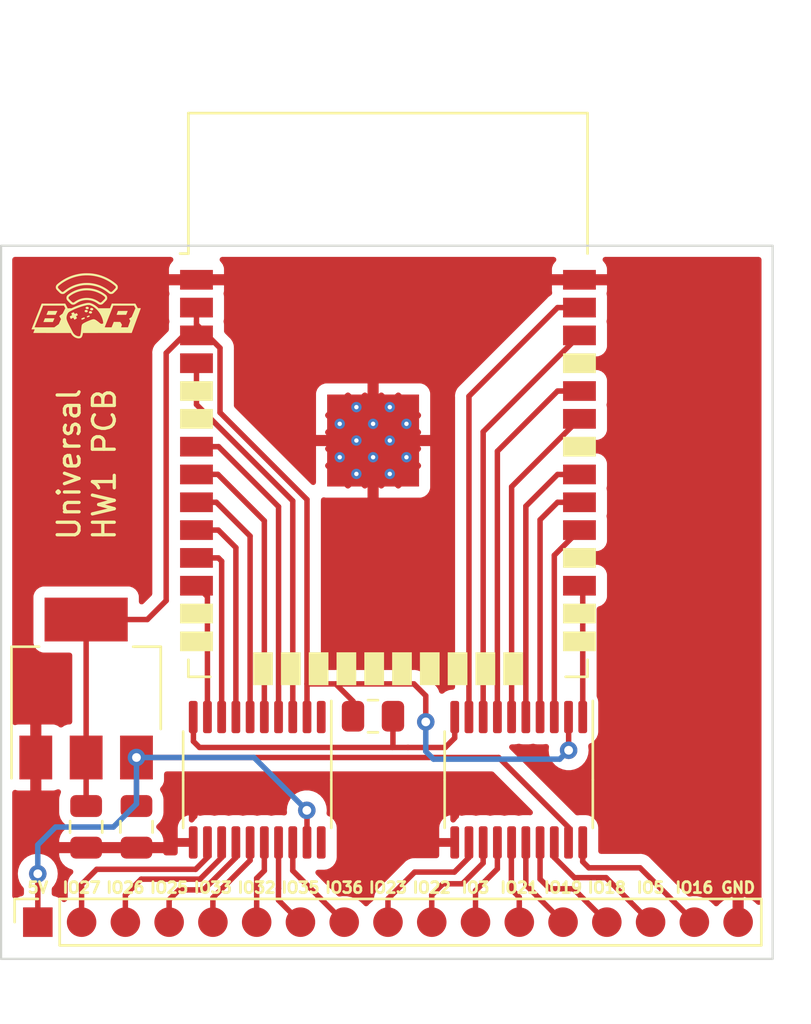
<source format=kicad_pcb>
(kicad_pcb (version 20211014) (generator pcbnew)
  (layers (0 "F.Cu" signal) (31 "B.Cu" signal) (34 "B.Paste" user) (35 "F.Paste" user) (36 "B.SilkS" user "B.Silkscreen") (37 "F.SilkS" user "F.Silkscreen") (38 "B.Mask" user) (39 "F.Mask" user) (44 "Edge.Cuts" user))
  (net 0 "")
  (net 1 "+5V")
  (net 2 "GND")
  (net 3 "+3V3")
  (net 4 "IO36")
  (net 5 "IO35")
  (net 6 "IO32")
  (net 7 "IO33")
  (net 8 "IO25")
  (net 9 "IO26")
  (net 10 "IO27")
  (net 12 "IO16")
  (net 13 "IO5")
  (net 14 "IO18")
  (net 15 "IO19")
  (net 16 "IO21")
  (net 17 "IO3")
  (net 18 "IO22")
  (net 19 "IO23")
  (net 20 "OE")
  (net 22 "IO36_BUF")
  (net 23 "IO35_BUF")
  (net 24 "IO32_BUF")
  (net 25 "IO33_BUF")
  (net 26 "IO25_BUF")
  (net 27 "IO26_BUF")
  (net 28 "IO27_BUF")
  (net 29 "IO23_BUF")
  (net 30 "IO22_BUF")
  (net 31 "IO3_BUF")
  (net 32 "IO21_BUF")
  (net 33 "IO19_BUF")
  (net 34 "IO18_BUF")
  (net 35 "IO5_BUF")
  (net 36 "IO16_BUF")
  (footprint "Package_SO:TSSOP-20_4.4x6.5mm_P0.65mm" (layer "F.Cu") (at 142.8436 62.865 -90)
    (fp_text reference "U3" hide)
    (fp_text value "TXS0108EPWR" hide)
    (pad "1" smd roundrect (at -2.8625 -2.925 270) (size 1.475 0.4) (layers "F.Cu" "F.Paste" "F.Mask"))
    (pad "2" smd roundrect (at -2.8625 -2.275 270) (size 1.475 0.4) (layers "F.Cu" "F.Paste" "F.Mask") (net 3 "+3V3"))
    (pad "3" smd roundrect (at -2.8625 -1.625 270) (size 1.475 0.4) (layers "F.Cu" "F.Paste" "F.Mask") (net 4 "IO36"))
    (pad "4" smd roundrect (at -2.8625 -0.975 270) (size 1.475 0.4) (layers "F.Cu" "F.Paste" "F.Mask") (net 5 "IO35"))
    (pad "5" smd roundrect (at -2.8625 -0.325 270) (size 1.475 0.4) (layers "F.Cu" "F.Paste" "F.Mask") (net 6 "IO32"))
    (pad "6" smd roundrect (at -2.8625 0.325 270) (size 1.475 0.4) (layers "F.Cu" "F.Paste" "F.Mask") (net 7 "IO33"))
    (pad "7" smd roundrect (at -2.8625 0.975 270) (size 1.475 0.4) (layers "F.Cu" "F.Paste" "F.Mask") (net 8 "IO25"))
    (pad "8" smd roundrect (at -2.8625 1.625 270) (size 1.475 0.4) (layers "F.Cu" "F.Paste" "F.Mask") (net 9 "IO26"))
    (pad "9" smd roundrect (at -2.8625 2.275 270) (size 1.475 0.4) (layers "F.Cu" "F.Paste" "F.Mask") (net 10 "IO27"))
    (pad "10" smd roundrect (at -2.8625 2.925 270) (size 1.475 0.4) (layers "F.Cu" "F.Paste" "F.Mask") (net 20 "OE"))
    (pad "11" smd roundrect (at 2.8625 2.925 270) (size 1.475 0.4) (layers "F.Cu" "F.Paste" "F.Mask") (net 2 "GND"))
    (pad "12" smd roundrect (at 2.8625 2.275 270) (size 1.475 0.4) (layers "F.Cu" "F.Paste" "F.Mask") (net 28 "IO27_BUF"))
    (pad "13" smd roundrect (at 2.8625 1.625 270) (size 1.475 0.4) (layers "F.Cu" "F.Paste" "F.Mask") (net 27 "IO26_BUF"))
    (pad "14" smd roundrect (at 2.8625 0.975 270) (size 1.475 0.4) (layers "F.Cu" "F.Paste" "F.Mask") (net 26 "IO25_BUF"))
    (pad "15" smd roundrect (at 2.8625 0.325 270) (size 1.475 0.4) (layers "F.Cu" "F.Paste" "F.Mask") (net 25 "IO33_BUF"))
    (pad "16" smd roundrect (at 2.8625 -0.325 270) (size 1.475 0.4) (layers "F.Cu" "F.Paste" "F.Mask") (net 24 "IO32_BUF"))
    (pad "17" smd roundrect (at 2.8625 -0.975 270) (size 1.475 0.4) (layers "F.Cu" "F.Paste" "F.Mask") (net 23 "IO35_BUF"))
    (pad "18" smd roundrect (at 2.8625 -1.625 270) (size 1.475 0.4) (layers "F.Cu" "F.Paste" "F.Mask") (net 22 "IO36_BUF"))
    (pad "19" smd roundrect (at 2.8625 -2.275 270) (size 1.475 0.4) (layers "F.Cu" "F.Paste" "F.Mask") (net 1 "+5V"))
    (pad "20" smd roundrect (at 2.8625 -2.925 270) (size 1.475 0.4) (layers "F.Cu" "F.Paste" "F.Mask"))
  )
  (footprint "Resistor_SMD:R_0805_2012Metric" (layer "F.Cu") (at 148.1328 59.965)
    (fp_text reference "R1" hide)
    (fp_text value "1k")
    (pad "1" smd roundrect (at -0.9125 0) (size 1.025 1.4) (layers "F.Cu" "F.Paste" "F.Mask") (roundrect_rratio 0.243902439) (net 3 "+3V3"))
    (pad "2" smd roundrect (at 0.9125 0) (size 1.025 1.4) (layers "F.Cu" "F.Paste" "F.Mask") (roundrect_rratio 0.243902439) (net 20 "OE"))
  )
  (footprint "Capacitor_SMD:C_0805_2012Metric" (layer "F.Cu") (at 135.0264 65.015 -90)
    (fp_text reference "C2" hide)
    (fp_text value "1uF")
    (pad "1" smd roundrect (at -0.95 0 270) (size 1 1.45) (layers "F.Cu" "F.Paste" "F.Mask") (net 3 "+3V3"))
    (pad "2" smd roundrect (at 0.95 0 270) (size 1 1.45) (layers "F.Cu" "F.Paste" "F.Mask") (net 2 "GND"))
  )
  (footprint "Connector_PinSocket_2.00mm:PinSocket_1x17_P2.00mm_Vertical" (layer "F.Cu") (at 132.8186 69.3674 90)
    (fp_text reference "J1" hide)
    (fp_text value "Conn_01x17")
    (pad "1" smd rect (at 0 0 90) (size 1.35 1.35) (layers "F.Cu" "F.Paste" "F.Mask") (net 1 "+5V"))
    (pad "2" smd oval (at 0 2 90) (size 1.35 1.35) (layers "F.Cu" "F.Paste" "F.Mask") (net 28 "IO27_BUF"))
    (pad "3" smd oval (at 0 4 90) (size 1.35 1.35) (layers "F.Cu" "F.Paste" "F.Mask") (net 27 "IO26_BUF"))
    (pad "4" smd oval (at 0 6 90) (size 1.35 1.35) (layers "F.Cu" "F.Paste" "F.Mask") (net 26 "IO25_BUF"))
    (pad "5" smd oval (at 0 8 90) (size 1.35 1.35) (layers "F.Cu" "F.Paste" "F.Mask") (net 25 "IO33_BUF"))
    (pad "6" smd oval (at 0 10 90) (size 1.35 1.35) (layers "F.Cu" "F.Paste" "F.Mask") (net 24 "IO32_BUF"))
    (pad "7" smd oval (at 0 12 90) (size 1.35 1.35) (layers "F.Cu" "F.Paste" "F.Mask") (net 23 "IO35_BUF"))
    (pad "8" smd oval (at 0 14 90) (size 1.35 1.35) (layers "F.Cu" "F.Paste" "F.Mask") (net 22 "IO36_BUF"))
    (pad "9" smd oval (at 0 16 90) (size 1.35 1.35) (layers "F.Cu" "F.Paste" "F.Mask") (net 29 "IO23_BUF"))
    (pad "10" smd oval (at 0 18 90) (size 1.35 1.35) (layers "F.Cu" "F.Paste" "F.Mask") (net 30 "IO22_BUF"))
    (pad "11" smd oval (at 0 20 90) (size 1.35 1.35) (layers "F.Cu" "F.Paste" "F.Mask") (net 31 "IO3_BUF"))
    (pad "12" smd oval (at 0 22 90) (size 1.35 1.35) (layers "F.Cu" "F.Paste" "F.Mask") (net 32 "IO21_BUF"))
    (pad "13" smd oval (at 0 24 90) (size 1.35 1.35) (layers "F.Cu" "F.Paste" "F.Mask") (net 33 "IO19_BUF"))
    (pad "14" smd oval (at 0 26 90) (size 1.35 1.35) (layers "F.Cu" "F.Paste" "F.Mask") (net 34 "IO18_BUF"))
    (pad "15" smd oval (at 0 28 90) (size 1.35 1.35) (layers "F.Cu" "F.Paste" "F.Mask") (net 35 "IO5_BUF"))
    (pad "16" smd oval (at 0 30 90) (size 1.35 1.35) (layers "F.Cu" "F.Paste" "F.Mask") (net 36 "IO16_BUF"))
    (pad "17" smd oval (at 0 32 90) (size 1.35 1.35) (layers "F.Cu" "F.Paste" "F.Mask") (net 2 "GND"))
  )
  (footprint "RF_Module:ESP32-WROOM-32" (layer "F.Cu") (at 148.8186 48.2854)
    (fp_text reference "U2" hide)
    (fp_text value "ESP32-WROOM-32" hide)
    (pad "" smd rect (at 8.75 6.99) (size 1.5 0.9) (layers "F.SilkS"))
    (pad "" smd rect (at 5.72 9.51 90) (size 1.5 0.9) (layers "F.SilkS"))
    (pad "" smd rect (at 8.75 4.45) (size 1.5 0.9) (layers "F.SilkS"))
    (pad "" smd rect (at -8.75 -1.9) (size 1.5 0.9) (layers "F.SilkS"))
    (pad "" smd rect (at 1.91 9.51 90) (size 1.5 0.9) (layers "F.SilkS"))
    (pad "" smd rect (at 8.75 8.26) (size 1.5 0.9) (layers "F.SilkS"))
    (pad "" smd rect (at -8.75 8.26) (size 1.5 0.9) (layers "F.SilkS"))
    (pad "" smd rect (at -3.17 9.51 90) (size 1.5 0.9) (layers "F.SilkS"))
    (pad "" smd rect (at 0.64 9.51 90) (size 1.5 0.9) (layers "F.SilkS"))
    (pad "" smd rect (at -5.71 9.51 90) (size 1.5 0.9) (layers "F.SilkS"))
    (pad "" smd rect (at -1.9 9.51 90) (size 1.5 0.9) (layers "F.SilkS"))
    (pad "" smd rect (at 8.75 -0.63) (size 1.5 0.9) (layers "F.SilkS"))
    (pad "" smd rect (at -8.75 -3.17) (size 1.5 0.9) (layers "F.SilkS"))
    (pad "" smd rect (at 8.75 -4.44) (size 1.5 0.9) (layers "F.SilkS"))
    (pad "" smd rect (at 3.18 9.51 90) (size 1.5 0.9) (layers "F.SilkS"))
    (pad "" smd rect (at 4.45 9.51 90) (size 1.5 0.9) (layers "F.SilkS"))
    (pad "" smd rect (at -0.63 9.51 90) (size 1.5 0.9) (layers "F.SilkS"))
    (pad "" smd rect (at -4.44 9.51 90) (size 1.5 0.9) (layers "F.SilkS"))
    (pad "" smd rect (at -8.75 6.99) (size 1.5 0.9) (layers "F.SilkS"))
    (pad "1" smd rect (at -8.75 -8.25) (size 1.5 0.9) (layers "F.Cu" "F.Paste" "F.Mask") (net 2 "GND"))
    (pad "2" smd rect (at -8.75 -6.98) (size 1.5 0.9) (layers "F.Cu" "F.Paste" "F.Mask") (net 3 "+3V3"))
    (pad "3" smd rect (at -8.75 -5.71) (size 1.5 0.9) (layers "F.Cu" "F.Paste" "F.Mask") (net 3 "+3V3"))
    (pad "4" smd rect (at -8.75 -4.44) (size 1.5 0.9) (layers "F.Cu" "F.Paste" "F.Mask") (net 4 "IO36"))
    (pad "7" smd rect (at -8.75 -0.63) (size 1.5 0.9) (layers "F.Cu" "F.Paste" "F.Mask") (net 5 "IO35"))
    (pad "8" smd rect (at -8.75 0.64) (size 1.5 0.9) (layers "F.Cu" "F.Paste" "F.Mask") (net 6 "IO32"))
    (pad "9" smd rect (at -8.75 1.91) (size 1.5 0.9) (layers "F.Cu" "F.Paste" "F.Mask") (net 7 "IO33"))
    (pad "10" smd rect (at -8.75 3.18) (size 1.5 0.9) (layers "F.Cu" "F.Paste" "F.Mask") (net 8 "IO25"))
    (pad "11" smd rect (at -8.75 4.45) (size 1.5 0.9) (layers "F.Cu" "F.Paste" "F.Mask") (net 9 "IO26"))
    (pad "12" smd rect (at -8.75 5.72) (size 1.5 0.9) (layers "F.Cu" "F.Paste" "F.Mask") (net 10 "IO27"))
    (pad "27" smd rect (at 8.75 5.72) (size 1.5 0.9) (layers "F.Cu" "F.Paste" "F.Mask") (net 12 "IO16"))
    (pad "29" smd rect (at 8.75 3.18) (size 1.5 0.9) (layers "F.Cu" "F.Paste" "F.Mask") (net 13 "IO5"))
    (pad "30" smd rect (at 8.75 1.91) (size 1.5 0.9) (layers "F.Cu" "F.Paste" "F.Mask") (net 14 "IO18"))
    (pad "31" smd rect (at 8.75 0.64) (size 1.5 0.9) (layers "F.Cu" "F.Paste" "F.Mask") (net 15 "IO19"))
    (pad "33" smd rect (at 8.75 -1.9) (size 1.5 0.9) (layers "F.Cu" "F.Paste" "F.Mask") (net 16 "IO21"))
    (pad "34" smd rect (at 8.75 -3.17) (size 1.5 0.9) (layers "F.Cu" "F.Paste" "F.Mask") (net 17 "IO3"))
    (pad "36" smd rect (at 8.75 -5.71) (size 1.5 0.9) (layers "F.Cu" "F.Paste" "F.Mask") (net 18 "IO22"))
    (pad "37" smd rect (at 8.75 -6.98) (size 1.5 0.9) (layers "F.Cu" "F.Paste" "F.Mask") (net 19 "IO23"))
    (pad "38" smd rect (at 8.75 -8.25) (size 1.5 0.9) (layers "F.Cu" "F.Paste" "F.Mask") (net 2 "GND"))
    (pad "39" thru_hole circle (at 0.0825 -0.91) (size 0.475 0.475) (drill 0.2) (layers *.Cu "F.Mask") (net 2 "GND"))
    (pad "39" thru_hole circle (at -0.68 -1.6725) (size 0.475 0.475) (drill 0.2) (layers *.Cu "F.Mask") (net 2 "GND"))
    (pad "39" thru_hole circle (at -0.68 -0.1475) (size 0.475 0.475) (drill 0.2) (layers *.Cu "F.Mask") (net 2 "GND"))
    (pad "39" smd rect (at 0.845 0.615) (size 1.05 1.05) (layers "F.Cu" "F.Paste") (net 2 "GND"))
    (pad "39" thru_hole circle (at 0.845 -1.6725) (size 0.475 0.475) (drill 0.2) (layers *.Cu "F.Mask") (net 2 "GND"))
    (pad "39" smd rect (at -2.205 0.615) (size 1.05 1.05) (layers "F.Cu" "F.Paste") (net 2 "GND"))
    (pad "39" thru_hole circle (at 0.0825 0.615) (size 0.475 0.475) (drill 0.2) (layers *.Cu "F.Mask") (net 2 "GND"))
    (pad "39" thru_hole circle (at -1.4425 -0.91) (size 0.475 0.475) (drill 0.2) (layers *.Cu "F.Mask") (net 2 "GND"))
    (pad "39" thru_hole circle (at -1.4425 0.615) (size 0.475 0.475) (drill 0.2) (layers *.Cu "F.Mask") (net 2 "GND"))
    (pad "39" smd rect (at -2.205 -2.435) (size 1.05 1.05) (layers "F.Cu" "F.Paste") (net 2 "GND"))
    (pad "39" smd rect (at -2.205 -0.91) (size 1.05 1.05) (layers "F.Cu" "F.Paste") (net 2 "GND"))
    (pad "39" smd rect (at 0.845 -0.91) (size 1.05 1.05) (layers "F.Cu" "F.Paste") (net 2 "GND"))
    (pad "39" smd rect (at -0.68 -0.91) (size 4.2 4.2) (layers "F.Cu" "F.Mask") (net 2 "GND"))
    (pad "39" smd rect (at -0.68 -0.91) (size 1.05 1.05) (layers "F.Cu" "F.Paste") (net 2 "GND"))
    (pad "39" smd rect (at 0.845 -2.435) (size 1.05 1.05) (layers "F.Cu" "F.Paste") (net 2 "GND"))
    (pad "39" thru_hole circle (at 0.0825 -2.435) (size 0.475 0.475) (drill 0.2) (layers *.Cu "F.Mask") (net 2 "GND"))
    (pad "39" smd rect (at -0.68 -2.435) (size 1.05 1.05) (layers "F.Cu" "F.Paste") (net 2 "GND"))
    (pad "39" thru_hole circle (at -2.205 -0.1475) (size 0.475 0.475) (drill 0.2) (layers *.Cu "F.Mask") (net 2 "GND"))
    (pad "39" thru_hole circle (at -1.4425 -2.435) (size 0.475 0.475) (drill 0.2) (layers *.Cu "F.Mask") (net 2 "GND"))
    (pad "39" smd rect (at -0.68 0.615) (size 1.05 1.05) (layers "F.Cu" "F.Paste") (net 2 "GND"))
    (pad "39" thru_hole circle (at 0.845 -0.1475) (size 0.475 0.475) (drill 0.2) (layers *.Cu "F.Mask") (net 2 "GND"))
    (pad "39" thru_hole circle (at -2.205 -1.6725) (size 0.475 0.475) (drill 0.2) (layers *.Cu "F.Mask") (net 2 "GND"))
    (zone (net 0) (net_name "") (layers *.Cu) (connect_pads (clearance 0)) (min_thickness 0.254)
      (keepout (tracks not_allowed) (vias not_allowed) (pads not_allowed) (copperpour not_allowed) (footprints not_allowed))
      (fill (thermal_gap 0.508) (thermal_bridge_width 0.508))
      (polygon (pts (xy 134.8186 38.3154) (xy 162.8186 38.3154) (xy 162.8186 27.5354) (xy 134.8186 27.5354)))
    )
  )
  (footprint "Package_SO:TSSOP-20_4.4x6.5mm_P0.65mm" (layer "F.Cu") (at 154.7936 62.865 -90)
    (fp_text reference "U4" hide)
    (fp_text value "TXS0108EPWR" hide)
    (pad "1" smd roundrect (at -2.8625 -2.925 270) (size 1.475 0.4) (layers "F.Cu" "F.Paste" "F.Mask") (net 12 "IO16"))
    (pad "2" smd roundrect (at -2.8625 -2.275 270) (size 1.475 0.4) (layers "F.Cu" "F.Paste" "F.Mask") (net 3 "+3V3"))
    (pad "3" smd roundrect (at -2.8625 -1.625 270) (size 1.475 0.4) (layers "F.Cu" "F.Paste" "F.Mask") (net 13 "IO5"))
    (pad "4" smd roundrect (at -2.8625 -0.975 270) (size 1.475 0.4) (layers "F.Cu" "F.Paste" "F.Mask") (net 14 "IO18"))
    (pad "5" smd roundrect (at -2.8625 -0.325 270) (size 1.475 0.4) (layers "F.Cu" "F.Paste" "F.Mask") (net 15 "IO19"))
    (pad "6" smd roundrect (at -2.8625 0.325 270) (size 1.475 0.4) (layers "F.Cu" "F.Paste" "F.Mask") (net 16 "IO21"))
    (pad "7" smd roundrect (at -2.8625 0.975 270) (size 1.475 0.4) (layers "F.Cu" "F.Paste" "F.Mask") (net 17 "IO3"))
    (pad "8" smd roundrect (at -2.8625 1.625 270) (size 1.475 0.4) (layers "F.Cu" "F.Paste" "F.Mask") (net 18 "IO22"))
    (pad "9" smd roundrect (at -2.8625 2.275 270) (size 1.475 0.4) (layers "F.Cu" "F.Paste" "F.Mask") (net 19 "IO23"))
    (pad "10" smd roundrect (at -2.8625 2.925 270) (size 1.475 0.4) (layers "F.Cu" "F.Paste" "F.Mask") (net 20 "OE"))
    (pad "11" smd roundrect (at 2.8625 2.925 270) (size 1.475 0.4) (layers "F.Cu" "F.Paste" "F.Mask") (net 2 "GND"))
    (pad "12" smd roundrect (at 2.8625 2.275 270) (size 1.475 0.4) (layers "F.Cu" "F.Paste" "F.Mask") (net 29 "IO23_BUF"))
    (pad "13" smd roundrect (at 2.8625 1.625 270) (size 1.475 0.4) (layers "F.Cu" "F.Paste" "F.Mask") (net 30 "IO22_BUF"))
    (pad "14" smd roundrect (at 2.8625 0.975 270) (size 1.475 0.4) (layers "F.Cu" "F.Paste" "F.Mask") (net 31 "IO3_BUF"))
    (pad "15" smd roundrect (at 2.8625 0.325 270) (size 1.475 0.4) (layers "F.Cu" "F.Paste" "F.Mask") (net 32 "IO21_BUF"))
    (pad "16" smd roundrect (at 2.8625 -0.325 270) (size 1.475 0.4) (layers "F.Cu" "F.Paste" "F.Mask") (net 33 "IO19_BUF"))
    (pad "17" smd roundrect (at 2.8625 -0.975 270) (size 1.475 0.4) (layers "F.Cu" "F.Paste" "F.Mask") (net 34 "IO18_BUF"))
    (pad "18" smd roundrect (at 2.8625 -1.625 270) (size 1.475 0.4) (layers "F.Cu" "F.Paste" "F.Mask") (net 35 "IO5_BUF"))
    (pad "19" smd roundrect (at 2.8625 -2.275 270) (size 1.475 0.4) (layers "F.Cu" "F.Paste" "F.Mask") (net 1 "+5V"))
    (pad "20" smd roundrect (at 2.8625 -2.925 270) (size 1.475 0.4) (layers "F.Cu" "F.Paste" "F.Mask") (net 36 "IO16_BUF"))
  )
  (footprint "br:logo" (layer "F.Cu") (at 135.024566 41.2242)
    (fp_text reference "G***" hide)
    (fp_text value "LOGO" hide)
  )
  (footprint "Capacitor_SMD:C_0805_2012Metric" (layer "F.Cu") (at 137.3264 65.015 -90)
    (fp_text reference "C1" hide)
    (fp_text value "1uF")
    (pad "1" smd roundrect (at -0.95 0 270) (size 1 1.45) (layers "F.Cu" "F.Paste" "F.Mask") (net 1 "+5V"))
    (pad "2" smd roundrect (at 0.95 0 270) (size 1 1.45) (layers "F.Cu" "F.Paste" "F.Mask") (net 2 "GND"))
  )
  (footprint "Package_TO_SOT_SMD:SOT-223-3_TabPin2" (layer "F.Cu") (at 135.0264 58.6994 90)
    (fp_text reference "U1" hide)
    (fp_text value "AMS1117-3.3" hide)
    (pad "1" smd rect (at -3.15 -2.3 90) (size 2 1.5) (layers "F.Cu" "F.Paste" "F.Mask") (net 2 "GND"))
    (pad "2" smd rect (at 3.15 0 90) (size 2 3.8) (layers "F.Cu" "F.Paste" "F.Mask") (net 3 "+3V3"))
    (pad "2" smd rect (at -3.15 0 90) (size 2 1.5) (layers "F.Cu" "F.Paste" "F.Mask") (net 3 "+3V3"))
    (pad "3" smd rect (at -3.15 2.3 90) (size 2 1.5) (layers "F.Cu" "F.Paste" "F.Mask") (net 1 "+5V"))
  )
  (gr_rect (start 131.1402 38.481) (end 166.3954 71.0438) (layer "Edge.Cuts") (width 0.1) (fill none))
  (gr_text "IO27" (at 134.8186 67.7926) (layer "F.SilkS") (effects (font (size 0.5 0.5) (thickness 0.125))))
  (gr_text "IO36" (at 146.8186 67.7926) (layer "F.SilkS") (effects (font (size 0.5 0.5) (thickness 0.125))))
  (gr_text "IO19" (at 156.8186 67.7926) (layer "F.SilkS") (effects (font (size 0.5 0.5) (thickness 0.125))))
  (gr_text "IO18" (at 158.8186 67.7926) (layer "F.SilkS") (effects (font (size 0.5 0.5) (thickness 0.125))))
  (gr_text "IO32" (at 142.8186 67.7926) (layer "F.SilkS") (effects (font (size 0.5 0.5) (thickness 0.125))))
  (gr_text "GND" (at 164.8186 67.7926) (layer "F.SilkS") (effects (font (size 0.5 0.5) (thickness 0.125))))
  (gr_text "IO25" (at 138.8186 67.7926) (layer "F.SilkS") (effects (font (size 0.5 0.5) (thickness 0.125))))
  (gr_text "IO22" (at 150.8186 67.7926) (layer "F.SilkS") (effects (font (size 0.5 0.5) (thickness 0.125))))
  (gr_text "IO26" (at 136.8186 67.7926) (layer "F.SilkS") (effects (font (size 0.5 0.5) (thickness 0.125))))
  (gr_text "5V" (at 132.8186 67.7926) (layer "F.SilkS") (effects (font (size 0.5 0.5) (thickness 0.125))))
  (gr_text "IO16" (at 162.8186 67.7926) (layer "F.SilkS") (effects (font (size 0.5 0.5) (thickness 0.125))))
  (gr_text "IO3" (at 152.8186 67.7926) (layer "F.SilkS") (effects (font (size 0.5 0.5) (thickness 0.125))))
  (gr_text "IO5" (at 160.8186 67.7926) (layer "F.SilkS") (effects (font (size 0.5 0.5) (thickness 0.125))))
  (gr_text "IO23" (at 148.8186 67.7926) (layer "F.SilkS") (effects (font (size 0.5 0.5) (thickness 0.125))))
  (gr_text "IO35" (at 144.8186 67.7926) (layer "F.SilkS") (effects (font (size 0.5 0.5) (thickness 0.125))))
  (gr_text "Universal\nHW1 PCB" (at 135.0518 48.4632 90) (layer "F.SilkS") (effects (font (size 1 1))))
  (gr_text "IO33" (at 140.8186 67.7926) (layer "F.SilkS") (effects (font (size 0.5 0.5) (thickness 0.125))))
  (gr_text "IO21" (at 154.8186 67.7926) (layer "F.SilkS") (effects (font (size 0.5 0.5) (thickness 0.125))))
  (segment (start 153.879041 61.8494) (end 137.3264 61.8494) (width 0.25) (layer "F.Cu") (net 1))
  (segment (start 132.8166 67.1576) (end 132.8186 67.1596) (width 0.25) (layer "F.Cu") (net 1))
  (segment (start 145.1186 65.7275) (end 145.1186 64.2704) (width 0.25) (layer "F.Cu") (net 1))
  (segment (start 157.0686 65.038959) (end 153.879041 61.8494) (width 0.25) (layer "F.Cu") (net 1))
  (segment (start 132.8186 67.1596) (end 132.8186 69.3674) (width 0.25) (layer "F.Cu") (net 1))
  (segment (start 157.0686 65.7275) (end 157.0686 65.038959) (width 0.25) (layer "F.Cu") (net 1))
  (segment (start 137.3264 61.8494) (end 137.3264 64.065) (width 0.25) (layer "F.Cu") (net 1))
  (segment (start 145.1186 64.2704) (end 145.1102 64.262) (width 0.25) (layer "F.Cu") (net 1))
  (via (at 137.3264 61.8494) (size 0.8) (drill 0.4) (layers "F.Cu" "B.Cu") (net 1))
  (via (at 145.1102 64.262) (size 0.8) (drill 0.4) (layers "F.Cu" "B.Cu") (net 1))
  (via (at 132.8166 67.1576) (size 0.8) (drill 0.4) (layers "F.Cu" "B.Cu") (net 1))
  (segment (start 137.3264 63.9686) (end 137.3264 61.8494) (width 0.25) (layer "B.Cu") (net 1))
  (segment (start 136.271 65.024) (end 137.3264 63.9686) (width 0.25) (layer "B.Cu") (net 1))
  (segment (start 145.1102 64.262) (end 142.6976 61.8494) (width 0.25) (layer "B.Cu") (net 1))
  (segment (start 132.8166 67.1576) (end 132.8166 65.8368) (width 0.25) (layer "B.Cu") (net 1))
  (segment (start 133.6294 65.024) (end 136.271 65.024) (width 0.25) (layer "B.Cu") (net 1))
  (segment (start 142.6976 61.8494) (end 137.3264 61.8494) (width 0.25) (layer "B.Cu") (net 1))
  (segment (start 132.8166 65.8368) (end 133.6294 65.024) (width 0.25) (layer "B.Cu") (net 1))
  (segment (start 147.2203 59.965) (end 147.2203 59.2792) (width 0.25) (layer "F.Cu") (net 3))
  (segment (start 146.4289 58.4878) (end 150.004 58.4878) (width 0.25) (layer "F.Cu") (net 3))
  (segment (start 140.0686 41.9478) (end 140.0686 42.5754) (width 0.25) (layer "F.Cu") (net 3))
  (segment (start 140.0686 41.3054) (end 140.0686 41.9478) (width 0.25) (layer "F.Cu") (net 3))
  (segment (start 145.1186 50.0718) (end 141.1436 46.0968) (width 0.25) (layer "F.Cu") (net 3))
  (segment (start 157.0736 60.0075) (end 157.0686 60.0025) (width 0.25) (layer "F.Cu") (net 3))
  (segment (start 145.1186 60.0025) (end 145.1186 58.4878) (width 0.25) (layer "F.Cu") (net 3))
  (segment (start 150.004 58.4878) (end 150.5458 59.0296) (width 0.25) (layer "F.Cu") (net 3))
  (segment (start 145.1186 58.4878) (end 145.1186 50.0718) (width 0.25) (layer "F.Cu") (net 3))
  (segment (start 145.1186 58.4878) (end 146.4289 58.4878) (width 0.25) (layer "F.Cu") (net 3))
  (segment (start 135.0264 61.8494) (end 135.0264 64.065) (width 0.25) (layer "F.Cu") (net 3))
  (segment (start 157.0736 61.5188) (end 157.0736 60.0075) (width 0.25) (layer "F.Cu") (net 3))
  (segment (start 141.1436 43.1504) (end 140.0686 42.0754) (width 0.25) (layer "F.Cu") (net 3))
  (segment (start 150.5458 59.0296) (end 150.5458 60.2234) (width 0.25) (layer "F.Cu") (net 3))
  (segment (start 135.0264 55.5494) (end 135.0264 61.8494) (width 0.25) (layer "F.Cu") (net 3))
  (segment (start 139.4886 42.5754) (end 138.684 43.38) (width 0.25) (layer "F.Cu") (net 3))
  (segment (start 140.0686 42.5754) (end 139.4886 42.5754) (width 0.25) (layer "F.Cu") (net 3))
  (segment (start 141.1436 46.0968) (end 141.1436 43.1504) (width 0.25) (layer "F.Cu") (net 3))
  (segment (start 137.8208 55.5494) (end 135.0264 55.5494) (width 0.25) (layer "F.Cu") (net 3))
  (segment (start 147.2203 59.2792) (end 146.4289 58.4878) (width 0.25) (layer "F.Cu") (net 3))
  (segment (start 138.684 43.38) (end 138.684 54.6862) (width 0.25) (layer "F.Cu") (net 3))
  (segment (start 138.684 54.6862) (end 137.8208 55.5494) (width 0.25) (layer "F.Cu") (net 3))
  (via (at 150.5458 60.2234) (size 0.8) (drill 0.4) (layers "F.Cu" "B.Cu") (net 3))
  (via (at 157.0736 61.5188) (size 0.8) (drill 0.4) (layers "F.Cu" "B.Cu") (net 3))
  (segment (start 156.6672 61.9252) (end 157.0736 61.5188) (width 0.25) (layer "B.Cu") (net 3))
  (segment (start 150.5458 61.5696) (end 150.9014 61.9252) (width 0.25) (layer "B.Cu") (net 3))
  (segment (start 150.5458 60.2234) (end 150.5458 61.5696) (width 0.25) (layer "B.Cu") (net 3))
  (segment (start 150.9014 61.9252) (end 156.6672 61.9252) (width 0.25) (layer "B.Cu") (net 3))
  (segment (start 144.4686 50.133) (end 140.0686 45.733) (width 0.25) (layer "F.Cu") (net 4))
  (segment (start 144.4686 60.0025) (end 144.4686 50.133) (width 0.25) (layer "F.Cu") (net 4))
  (segment (start 140.0686 45.733) (end 140.0686 43.8454) (width 0.25) (layer "F.Cu") (net 4))
  (segment (start 143.8186 50.3974) (end 141.0766 47.6554) (width 0.25) (layer "F.Cu") (net 5))
  (segment (start 141.0766 47.6554) (end 140.0686 47.6554) (width 0.25) (layer "F.Cu") (net 5))
  (segment (start 143.8186 60.0025) (end 143.8186 50.3974) (width 0.25) (layer "F.Cu") (net 5))
  (segment (start 143.1686 51.0428) (end 141.0462 48.9204) (width 0.25) (layer "F.Cu") (net 6))
  (segment (start 140.0736 48.9204) (end 140.0686 48.9254) (width 0.25) (layer "F.Cu") (net 6))
  (segment (start 141.0462 48.9204) (end 140.0736 48.9204) (width 0.25) (layer "F.Cu") (net 6))
  (segment (start 143.1686 60.0025) (end 143.1686 51.0428) (width 0.25) (layer "F.Cu") (net 6))
  (segment (start 140.975 50.1954) (end 142.5186 51.739) (width 0.25) (layer "F.Cu") (net 7))
  (segment (start 142.5186 51.739) (end 142.5186 60.0025) (width 0.25) (layer "F.Cu") (net 7))
  (segment (start 140.0686 50.1954) (end 140.975 50.1954) (width 0.25) (layer "F.Cu") (net 7))
  (segment (start 140.0686 51.4654) (end 141.0686 51.4654) (width 0.25) (layer "F.Cu") (net 8))
  (segment (start 141.0686 51.4654) (end 141.8686 52.2654) (width 0.25) (layer "F.Cu") (net 8))
  (segment (start 141.8686 52.2654) (end 141.8686 60.0025) (width 0.25) (layer "F.Cu") (net 8))
  (segment (start 140.0686 52.7354) (end 141.0686 52.7354) (width 0.25) (layer "F.Cu") (net 9))
  (segment (start 141.0686 52.7354) (end 141.2186 52.8854) (width 0.25) (layer "F.Cu") (net 9))
  (segment (start 141.2186 52.8854) (end 141.2186 60.0025) (width 0.25) (layer "F.Cu") (net 9))
  (segment (start 140.5686 54.5054) (end 140.5686 60.0025) (width 0.25) (layer "F.Cu") (net 10))
  (segment (start 140.0686 54.0054) (end 140.5686 54.5054) (width 0.25) (layer "F.Cu") (net 10))
  (segment (start 157.7186 54.1554) (end 157.7186 60.0025) (width 0.25) (layer "F.Cu") (net 12))
  (segment (start 157.5686 54.0054) (end 157.7186 54.1554) (width 0.25) (layer "F.Cu") (net 12))
  (segment (start 156.4186 52.6154) (end 156.4186 60.0025) (width 0.25) (layer "F.Cu") (net 13))
  (segment (start 156.4186 52.6154) (end 157.5686 51.4654) (width 0.25) (layer "F.Cu") (net 13))
  (segment (start 155.7686 50.9954) (end 155.7686 60.0025) (width 0.25) (layer "F.Cu") (net 14))
  (segment (start 157.5686 50.1954) (end 156.5686 50.1954) (width 0.25) (layer "F.Cu") (net 14))
  (segment (start 156.5686 50.1954) (end 155.7686 50.9954) (width 0.25) (layer "F.Cu") (net 14))
  (segment (start 156.5686 48.9254) (end 155.1186 50.3754) (width 0.25) (layer "F.Cu") (net 15))
  (segment (start 155.1186 50.3754) (end 155.1186 60.0025) (width 0.25) (layer "F.Cu") (net 15))
  (segment (start 157.5686 48.9254) (end 156.5686 48.9254) (width 0.25) (layer "F.Cu") (net 15))
  (segment (start 154.4686 49.4854) (end 157.5686 46.3854) (width 0.25) (layer "F.Cu") (net 16))
  (segment (start 154.4686 49.4854) (end 154.4686 60.0025) (width 0.25) (layer "F.Cu") (net 16))
  (segment (start 157.5686 45.1154) (end 156.5686 45.1154) (width 0.25) (layer "F.Cu") (net 17))
  (segment (start 153.8186 47.8654) (end 153.8186 60.0025) (width 0.25) (layer "F.Cu") (net 17))
  (segment (start 156.5686 45.1154) (end 153.8186 47.8654) (width 0.25) (layer "F.Cu") (net 17))
  (segment (start 153.1686 60.0025) (end 153.1686 46.9754) (width 0.25) (layer "F.Cu") (net 18))
  (segment (start 153.1686 46.9754) (end 157.5686 42.5754) (width 0.25) (layer "F.Cu") (net 18))
  (segment (start 156.5686 41.3054) (end 152.5186 45.3554) (width 0.25) (layer "F.Cu") (net 19))
  (segment (start 157.5686 41.3054) (end 156.5686 41.3054) (width 0.25) (layer "F.Cu") (net 19))
  (segment (start 152.5186 45.3554) (end 152.5186 60.0025) (width 0.25) (layer "F.Cu") (net 19))
  (segment (start 149.7311 61.3899) (end 149.733 61.3918) (width 0.25) (layer "F.Cu") (net 20))
  (segment (start 139.9186 60.691041) (end 139.9286 60.701041) (width 0.25) (layer "F.Cu") (net 20))
  (segment (start 139.9286 61.1124) (end 140.208 61.3918) (width 0.25) (layer "F.Cu") (net 20))
  (segment (start 151.8686 60.958) (end 151.8686 60.0025) (width 0.25) (layer "F.Cu") (net 20))
  (segment (start 149.0453 59.965) (end 149.0453 61.3683) (width 0.25) (layer "F.Cu") (net 20))
  (segment (start 139.9286 60.701041) (end 139.9286 61.1124) (width 0.25) (layer "F.Cu") (net 20))
  (segment (start 151.4348 61.3918) (end 151.8686 60.958) (width 0.25) (layer "F.Cu") (net 20))
  (segment (start 140.208 61.3918) (end 149.0218 61.3918) (width 0.25) (layer "F.Cu") (net 20))
  (segment (start 149.0453 61.3683) (end 149.0218 61.3918) (width 0.25) (layer "F.Cu") (net 20))
  (segment (start 139.9186 60.0025) (end 139.9186 60.691041) (width 0.25) (layer "F.Cu") (net 20))
  (segment (start 149.733 61.3918) (end 151.4348 61.3918) (width 0.25) (layer "F.Cu") (net 20))
  (segment (start 149.0218 61.3918) (end 149.733 61.3918) (width 0.25) (layer "F.Cu") (net 20))
  (segment (start 144.4686 65.7275) (end 144.4686 67.0174) (width 0.25) (layer "F.Cu") (net 22))
  (segment (start 144.4686 67.0174) (end 146.8186 69.3674) (width 0.25) (layer "F.Cu") (net 22))
  (segment (start 143.8186 65.7275) (end 143.8186 67.8396) (width 0.25) (layer "F.Cu") (net 23))
  (segment (start 143.8148 67.8434) (end 143.8148 68.3636) (width 0.25) (layer "F.Cu") (net 23))
  (segment (start 143.8186 67.8396) (end 143.8148 67.8434) (width 0.25) (layer "F.Cu") (net 23))
  (segment (start 143.8148 65.7313) (end 143.8186 65.7275) (width 0.25) (layer "F.Cu") (net 23))
  (segment (start 143.8148 68.3636) (end 144.8186 69.3674) (width 0.25) (layer "F.Cu") (net 23))
  (segment (start 142.8186 67.3664) (end 142.8186 69.3674) (width 0.25) (layer "F.Cu") (net 24))
  (segment (start 143.1686 67.0164) (end 142.8186 67.3664) (width 0.25) (layer "F.Cu") (net 24))
  (segment (start 143.1686 65.7275) (end 143.1686 67.0164) (width 0.25) (layer "F.Cu") (net 24))
  (segment (start 142.5186 65.7275) (end 142.5186 66.5488) (width 0.25) (layer "F.Cu") (net 25))
  (segment (start 142.5194 65.7283) (end 142.5186 65.7275) (width 0.25) (layer "F.Cu") (net 25))
  (segment (start 140.8186 68.2488) (end 140.8186 69.3674) (width 0.25) (layer "F.Cu") (net 25))
  (segment (start 142.5186 66.5488) (end 140.8186 68.2488) (width 0.25) (layer "F.Cu") (net 25))
  (segment (start 138.8186 68.3438) (end 138.8186 69.3674) (width 0.25) (layer "F.Cu") (net 26))
  (segment (start 139.2682 67.8942) (end 138.8186 68.3438) (width 0.25) (layer "F.Cu") (net 26))
  (segment (start 141.8686 65.7275) (end 141.8686 66.416041) (width 0.25) (layer "F.Cu") (net 26))
  (segment (start 141.8686 66.416041) (end 140.390441 67.8942) (width 0.25) (layer "F.Cu") (net 26))
  (segment (start 140.390441 67.8942) (end 139.2682 67.8942) (width 0.25) (layer "F.Cu") (net 26))
  (segment (start 136.8186 68.1268) (end 136.8186 69.3674) (width 0.25) (layer "F.Cu") (net 27))
  (segment (start 137.541 67.4044) (end 136.8186 68.1268) (width 0.25) (layer "F.Cu") (net 27))
  (segment (start 140.230241 67.4044) (end 137.541 67.4044) (width 0.25) (layer "F.Cu") (net 27))
  (segment (start 141.2186 66.416041) (end 140.230241 67.4044) (width 0.25) (layer "F.Cu") (net 27))
  (segment (start 141.2186 65.7275) (end 141.2186 66.416041) (width 0.25) (layer "F.Cu") (net 27))
  (segment (start 140.030241 66.9544) (end 135.509 66.9544) (width 0.25) (layer "F.Cu") (net 28))
  (segment (start 140.5686 66.416041) (end 140.030241 66.9544) (width 0.25) (layer "F.Cu") (net 28))
  (segment (start 135.509 66.9544) (end 134.8186 67.6448) (width 0.25) (layer "F.Cu") (net 28))
  (segment (start 140.5686 65.7275) (end 140.5686 66.416041) (width 0.25) (layer "F.Cu") (net 28))
  (segment (start 134.8186 67.6448) (end 134.8186 69.3674) (width 0.25) (layer "F.Cu") (net 28))
  (segment (start 152.5186 66.416041) (end 151.853241 67.0814) (width 0.25) (layer "F.Cu") (net 29))
  (segment (start 148.8186 68.3006) (end 148.8186 69.3674) (width 0.25) (layer "F.Cu") (net 29))
  (segment (start 151.853241 67.0814) (end 150.0378 67.0814) (width 0.25) (layer "F.Cu") (net 29))
  (segment (start 150.0378 67.0814) (end 148.8186 68.3006) (width 0.25) (layer "F.Cu") (net 29))
  (segment (start 152.5186 65.7275) (end 152.5186 66.416041) (width 0.25) (layer "F.Cu") (net 29))
  (segment (start 151.3332 67.6148) (end 152.2222 67.6148) (width 0.25) (layer "F.Cu") (net 30))
  (segment (start 153.1686 66.6684) (end 153.1686 65.7275) (width 0.25) (layer "F.Cu") (net 30))
  (segment (start 150.8186 68.1294) (end 151.3332 67.6148) (width 0.25) (layer "F.Cu") (net 30))
  (segment (start 153.1874 65.7463) (end 153.1686 65.7275) (width 0.25) (layer "F.Cu") (net 30))
  (segment (start 152.2222 67.6148) (end 153.1686 66.6684) (width 0.25) (layer "F.Cu") (net 30))
  (segment (start 150.8186 69.3674) (end 150.8186 68.1294) (width 0.25) (layer "F.Cu") (net 30))
  (segment (start 152.8186 67.9328) (end 153.8186 66.9328) (width 0.25) (layer "F.Cu") (net 31))
  (segment (start 153.8224 65.7313) (end 153.8186 65.7275) (width 0.25) (layer "F.Cu") (net 31))
  (segment (start 153.8186 66.9328) (end 153.8186 65.7275) (width 0.25) (layer "F.Cu") (net 31))
  (segment (start 152.8186 69.3674) (end 152.8186 67.9328) (width 0.25) (layer "F.Cu") (net 31))
  (segment (start 154.4574 67.8688) (end 154.4574 65.7387) (width 0.25) (layer "F.Cu") (net 32))
  (segment (start 154.8186 68.23) (end 154.4574 67.8688) (width 0.25) (layer "F.Cu") (net 32))
  (segment (start 154.8186 69.3674) (end 154.8186 68.23) (width 0.25) (layer "F.Cu") (net 32))
  (segment (start 154.4574 65.7387) (end 154.4686 65.7275) (width 0.25) (layer "F.Cu") (net 32))
  (segment (start 155.1186 67.6674) (end 155.1186 65.7275) (width 0.25) (layer "F.Cu") (net 33))
  (segment (start 156.8186 69.3674) (end 155.1186 67.6674) (width 0.25) (layer "F.Cu") (net 33))
  (segment (start 155.1178 65.7283) (end 155.1186 65.7275) (width 0.25) (layer "F.Cu") (net 33))
  (segment (start 158.8186 69.3674) (end 157.2946 67.8434) (width 0.25) (layer "F.Cu") (net 34))
  (segment (start 157.2946 67.8434) (end 156.21 67.8434) (width 0.25) (layer "F.Cu") (net 34))
  (segment (start 155.7686 67.402) (end 155.7686 65.7275) (width 0.25) (layer "F.Cu") (net 34))
  (segment (start 156.21 67.8434) (end 155.7686 67.402) (width 0.25) (layer "F.Cu") (net 34))
  (segment (start 156.4186 66.416041) (end 157.337959 67.3354) (width 0.25) (layer "F.Cu") (net 35))
  (segment (start 156.4186 65.7275) (end 156.4186 66.416041) (width 0.25) (layer "F.Cu") (net 35))
  (segment (start 158.7866 67.3354) (end 160.8186 69.3674) (width 0.25) (layer "F.Cu") (net 35))
  (segment (start 157.337959 67.3354) (end 158.7866 67.3354) (width 0.25) (layer "F.Cu") (net 35))
  (segment (start 160.3366 66.8854) (end 162.8186 69.3674) (width 0.25) (layer "F.Cu") (net 36))
  (segment (start 157.7186 66.6088) (end 157.9952 66.8854) (width 0.25) (layer "F.Cu") (net 36))
  (segment (start 157.7186 65.7275) (end 157.7186 66.6088) (width 0.25) (layer "F.Cu") (net 36))
  (segment (start 157.9952 66.8854) (end 160.3366 66.8854) (width 0.25) (layer "F.Cu") (net 36))
  (zone (net 2) (net_name "GND") (layer "F.Cu") (connect_pads (clearance 0.508)) (min_thickness 0.254) (fill yes (thermal_gap 0.508) (thermal_bridge_width 0.508))
    (polygon (pts (xy 131.1402 38.481) (xy 166.3954 38.481) (xy 166.3954 71.0438) (xy 131.1402 71.0438)))
  )
)
</source>
